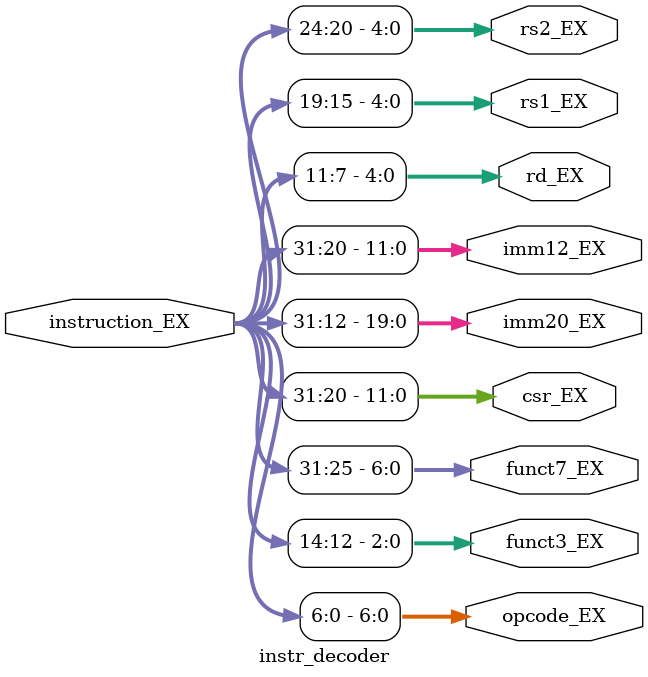
<source format=sv>

module instr_decoder (
    input logic [31:0] instruction_EX,
    output logic [6:0] opcode_EX,
    output logic [2:0] funct3_EX,
    output logic [6:0] funct7_EX,
    output logic [11:0] csr_EX,
    output logic [19:0] imm20_EX,
    output logic [11:0] imm12_EX,
    output logic [4:0] rd_EX,
    output logic [4:0] rs1_EX,
    output logic [4:0] rs2_EX
);

    // assign bits accordingly to instruction input
always_comb 
    begin
        opcode_EX = instruction_EX[6:0];
        funct3_EX = instruction_EX[14:12];
        funct7_EX = instruction_EX[31:25];
        csr_EX = instruction_EX[31:20];
        rd_EX = instruction_EX[11:7];
        rs1_EX = instruction_EX[19:15];
        rs2_EX = instruction_EX[24:20];
        imm12_EX = instruction_EX[31:20];
        imm20_EX = instruction_EX[31:12];
    end

endmodule
</source>
